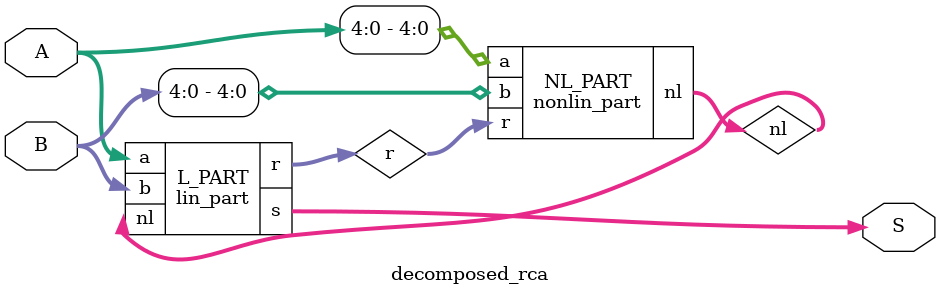
<source format=v>


module nonlin_part ( a, b, r, nl );
  input [4:0] a;
  input [4:0] b;
  input [2:0] r;
  output [12:0] nl;


  AN2D0 U1 ( .A1(r[1]), .A2(b[3]), .Z(nl[9]) );
  AN2D0 U2 ( .A1(a[3]), .A2(r[1]), .Z(nl[8]) );
  AN2D0 U3 ( .A1(a[3]), .A2(b[3]), .Z(nl[7]) );
  AN2D0 U4 ( .A1(r[0]), .A2(b[2]), .Z(nl[6]) );
  AN2D0 U5 ( .A1(a[2]), .A2(r[0]), .Z(nl[5]) );
  AN2D0 U6 ( .A1(a[2]), .A2(b[2]), .Z(nl[4]) );
  AN2D0 U7 ( .A1(b[1]), .A2(nl[0]), .Z(nl[3]) );
  AN2D0 U8 ( .A1(a[1]), .A2(nl[0]), .Z(nl[2]) );
  AN2D0 U9 ( .A1(a[1]), .A2(b[1]), .Z(nl[1]) );
  AN2D0 U10 ( .A1(r[2]), .A2(b[4]), .Z(nl[12]) );
  AN2D0 U11 ( .A1(a[4]), .A2(r[2]), .Z(nl[11]) );
  AN2D0 U12 ( .A1(a[4]), .A2(b[4]), .Z(nl[10]) );
  AN2D0 U13 ( .A1(b[0]), .A2(a[0]), .Z(nl[0]) );
endmodule


module lin_part ( a, b, nl, s, r );
  input [5:0] a;
  input [5:0] b;
  input [12:0] nl;
  output [5:0] s;
  output [2:0] r;
  wire   n1;

  XOR3D0 U1 ( .A1(b[5]), .A2(a[5]), .A3(n1), .Z(s[5]) );
  XOR3D0 U2 ( .A1(nl[12]), .A2(nl[11]), .A3(nl[10]), .Z(n1) );
  XOR3D0 U3 ( .A1(b[4]), .A2(a[4]), .A3(r[2]), .Z(s[4]) );
  XOR3D0 U4 ( .A1(b[3]), .A2(a[3]), .A3(r[1]), .Z(s[3]) );
  XOR3D0 U5 ( .A1(b[2]), .A2(a[2]), .A3(r[0]), .Z(s[2]) );
  XOR3D0 U6 ( .A1(nl[0]), .A2(b[1]), .A3(a[1]), .Z(s[1]) );
  XOR2D0 U7 ( .A1(b[0]), .A2(a[0]), .Z(s[0]) );
  XOR3D0 U8 ( .A1(nl[9]), .A2(nl[8]), .A3(nl[7]), .Z(r[2]) );
  XOR3D0 U9 ( .A1(nl[6]), .A2(nl[5]), .A3(nl[4]), .Z(r[1]) );
  XOR3D0 U10 ( .A1(nl[3]), .A2(nl[2]), .A3(nl[1]), .Z(r[0]) );
endmodule


module decomposed_rca ( A, B, S );
  input [5:0] A;
  input [5:0] B;
  output [5:0] S;

  wire   [2:0] r;
  wire   [12:0] nl;

  nonlin_part NL_PART ( .a(A[4:0]), .b(B[4:0]), .r(r), .nl(nl) );
  lin_part L_PART ( .a(A), .b(B), .nl(nl), .s(S), .r(r) );
endmodule


</source>
